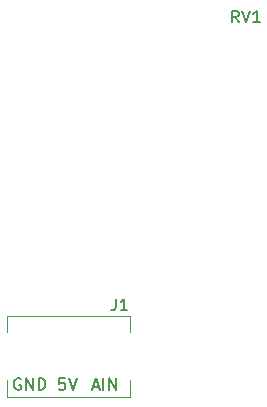
<source format=gbr>
%TF.GenerationSoftware,KiCad,Pcbnew,7.0.10-7.0.10~ubuntu22.04.1*%
%TF.CreationDate,2024-01-21T09:39:33-08:00*%
%TF.ProjectId,potentiometer_adapter,706f7465-6e74-4696-9f6d-657465725f61,rev?*%
%TF.SameCoordinates,Original*%
%TF.FileFunction,Legend,Top*%
%TF.FilePolarity,Positive*%
%FSLAX46Y46*%
G04 Gerber Fmt 4.6, Leading zero omitted, Abs format (unit mm)*
G04 Created by KiCad (PCBNEW 7.0.10-7.0.10~ubuntu22.04.1) date 2024-01-21 09:39:33*
%MOMM*%
%LPD*%
G01*
G04 APERTURE LIST*
%ADD10C,0.150000*%
%ADD11C,0.120000*%
G04 APERTURE END LIST*
D10*
X110998095Y-96657438D02*
X110902857Y-96609819D01*
X110902857Y-96609819D02*
X110760000Y-96609819D01*
X110760000Y-96609819D02*
X110617143Y-96657438D01*
X110617143Y-96657438D02*
X110521905Y-96752676D01*
X110521905Y-96752676D02*
X110474286Y-96847914D01*
X110474286Y-96847914D02*
X110426667Y-97038390D01*
X110426667Y-97038390D02*
X110426667Y-97181247D01*
X110426667Y-97181247D02*
X110474286Y-97371723D01*
X110474286Y-97371723D02*
X110521905Y-97466961D01*
X110521905Y-97466961D02*
X110617143Y-97562200D01*
X110617143Y-97562200D02*
X110760000Y-97609819D01*
X110760000Y-97609819D02*
X110855238Y-97609819D01*
X110855238Y-97609819D02*
X110998095Y-97562200D01*
X110998095Y-97562200D02*
X111045714Y-97514580D01*
X111045714Y-97514580D02*
X111045714Y-97181247D01*
X111045714Y-97181247D02*
X110855238Y-97181247D01*
X111474286Y-97609819D02*
X111474286Y-96609819D01*
X111474286Y-96609819D02*
X112045714Y-97609819D01*
X112045714Y-97609819D02*
X112045714Y-96609819D01*
X112521905Y-97609819D02*
X112521905Y-96609819D01*
X112521905Y-96609819D02*
X112760000Y-96609819D01*
X112760000Y-96609819D02*
X112902857Y-96657438D01*
X112902857Y-96657438D02*
X112998095Y-96752676D01*
X112998095Y-96752676D02*
X113045714Y-96847914D01*
X113045714Y-96847914D02*
X113093333Y-97038390D01*
X113093333Y-97038390D02*
X113093333Y-97181247D01*
X113093333Y-97181247D02*
X113045714Y-97371723D01*
X113045714Y-97371723D02*
X112998095Y-97466961D01*
X112998095Y-97466961D02*
X112902857Y-97562200D01*
X112902857Y-97562200D02*
X112760000Y-97609819D01*
X112760000Y-97609819D02*
X112521905Y-97609819D01*
X117110000Y-97324104D02*
X117586190Y-97324104D01*
X117014762Y-97609819D02*
X117348095Y-96609819D01*
X117348095Y-96609819D02*
X117681428Y-97609819D01*
X118014762Y-97609819D02*
X118014762Y-96609819D01*
X118490952Y-97609819D02*
X118490952Y-96609819D01*
X118490952Y-96609819D02*
X119062380Y-97609819D01*
X119062380Y-97609819D02*
X119062380Y-96609819D01*
X114744523Y-96609819D02*
X114268333Y-96609819D01*
X114268333Y-96609819D02*
X114220714Y-97086009D01*
X114220714Y-97086009D02*
X114268333Y-97038390D01*
X114268333Y-97038390D02*
X114363571Y-96990771D01*
X114363571Y-96990771D02*
X114601666Y-96990771D01*
X114601666Y-96990771D02*
X114696904Y-97038390D01*
X114696904Y-97038390D02*
X114744523Y-97086009D01*
X114744523Y-97086009D02*
X114792142Y-97181247D01*
X114792142Y-97181247D02*
X114792142Y-97419342D01*
X114792142Y-97419342D02*
X114744523Y-97514580D01*
X114744523Y-97514580D02*
X114696904Y-97562200D01*
X114696904Y-97562200D02*
X114601666Y-97609819D01*
X114601666Y-97609819D02*
X114363571Y-97609819D01*
X114363571Y-97609819D02*
X114268333Y-97562200D01*
X114268333Y-97562200D02*
X114220714Y-97514580D01*
X115077857Y-96609819D02*
X115411190Y-97609819D01*
X115411190Y-97609819D02*
X115744523Y-96609819D01*
X119046666Y-89878819D02*
X119046666Y-90593104D01*
X119046666Y-90593104D02*
X118999047Y-90735961D01*
X118999047Y-90735961D02*
X118903809Y-90831200D01*
X118903809Y-90831200D02*
X118760952Y-90878819D01*
X118760952Y-90878819D02*
X118665714Y-90878819D01*
X120046666Y-90878819D02*
X119475238Y-90878819D01*
X119760952Y-90878819D02*
X119760952Y-89878819D01*
X119760952Y-89878819D02*
X119665714Y-90021676D01*
X119665714Y-90021676D02*
X119570476Y-90116914D01*
X119570476Y-90116914D02*
X119475238Y-90164533D01*
X129452761Y-66494819D02*
X129119428Y-66018628D01*
X128881333Y-66494819D02*
X128881333Y-65494819D01*
X128881333Y-65494819D02*
X129262285Y-65494819D01*
X129262285Y-65494819D02*
X129357523Y-65542438D01*
X129357523Y-65542438D02*
X129405142Y-65590057D01*
X129405142Y-65590057D02*
X129452761Y-65685295D01*
X129452761Y-65685295D02*
X129452761Y-65828152D01*
X129452761Y-65828152D02*
X129405142Y-65923390D01*
X129405142Y-65923390D02*
X129357523Y-65971009D01*
X129357523Y-65971009D02*
X129262285Y-66018628D01*
X129262285Y-66018628D02*
X128881333Y-66018628D01*
X129738476Y-65494819D02*
X130071809Y-66494819D01*
X130071809Y-66494819D02*
X130405142Y-65494819D01*
X131262285Y-66494819D02*
X130690857Y-66494819D01*
X130976571Y-66494819D02*
X130976571Y-65494819D01*
X130976571Y-65494819D02*
X130881333Y-65637676D01*
X130881333Y-65637676D02*
X130786095Y-65732914D01*
X130786095Y-65732914D02*
X130690857Y-65780533D01*
D11*
%TO.C,J1*%
X120269000Y-92711428D02*
X120269000Y-91313000D01*
X109855000Y-96772572D02*
X109855000Y-98171000D01*
X109855000Y-91313000D02*
X109855000Y-92711428D01*
X109855000Y-98171000D02*
X120269000Y-98171000D01*
X120269000Y-98171000D02*
X120269000Y-96772572D01*
X120269000Y-91313000D02*
X109855000Y-91313000D01*
%TD*%
M02*

</source>
